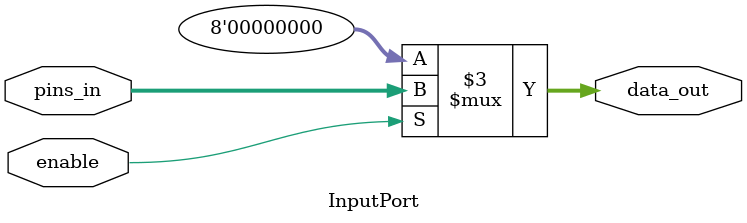
<source format=v>

module InputPort (
    input wire [7:0]  pins_in,        // Physical input pins
    input wire        enable,         // Read enable (IOR)
    output reg [7:0]  data_out        // Data to bus
);

    always @(*) begin
        if (enable) begin
            data_out = pins_in;
            $display("T=%t [INPUT_PORT] Read: 0x%h", $time, pins_in);
        end
        else
            data_out = 8'h00;     // Tri-state or zero (simplified to zero)
    end

endmodule

</source>
